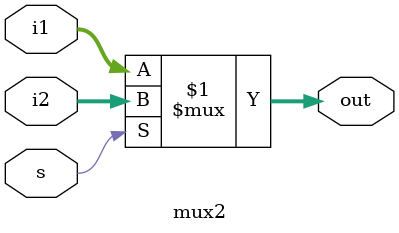
<source format=v>
`timescale 1ns / 1ps


module mux2(i1,i2,s,out);
input [31:0] i1,i2;
    input s;
    output [31:0] out;
    
    assign out = (s) ? i2 : i1;
    
endmodule

</source>
